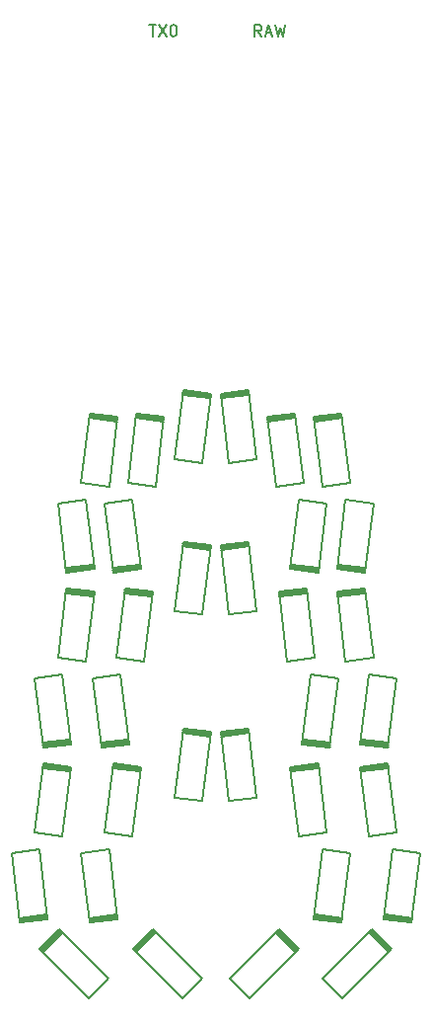
<source format=gbr>
G04 #@! TF.GenerationSoftware,KiCad,Pcbnew,(5.1.9)-1*
G04 #@! TF.CreationDate,2021-11-23T16:25:02-08:00*
G04 #@! TF.ProjectId,Claudia_choc,436c6175-6469-4615-9f63-686f632e6b69,rev?*
G04 #@! TF.SameCoordinates,Original*
G04 #@! TF.FileFunction,Legend,Top*
G04 #@! TF.FilePolarity,Positive*
%FSLAX46Y46*%
G04 Gerber Fmt 4.6, Leading zero omitted, Abs format (unit mm)*
G04 Created by KiCad (PCBNEW (5.1.9)-1) date 2021-11-23 16:25:02*
%MOMM*%
%LPD*%
G01*
G04 APERTURE LIST*
%ADD10C,0.200000*%
%ADD11C,0.150000*%
G04 APERTURE END LIST*
D10*
X154801073Y-114322391D02*
X152418963Y-114029904D01*
X155532290Y-108367114D02*
X154801073Y-114322391D01*
X153150179Y-108074628D02*
X155532290Y-108367114D01*
X152418963Y-114029904D02*
X153150179Y-108074628D01*
X152452477Y-113756954D02*
X154834588Y-114049441D01*
X152467710Y-113632886D02*
X154849821Y-113925372D01*
X154816307Y-114198323D02*
X152434196Y-113905836D01*
X152801073Y-99322391D02*
X150418963Y-99029904D01*
X153532290Y-93367114D02*
X152801073Y-99322391D01*
X151150179Y-93074628D02*
X153532290Y-93367114D01*
X150418963Y-99029904D02*
X151150179Y-93074628D01*
X150452477Y-98756954D02*
X152834588Y-99049441D01*
X150467710Y-98632886D02*
X152849821Y-98925372D01*
X152816307Y-99198323D02*
X150434196Y-98905836D01*
X146801073Y-84322391D02*
X144418963Y-84029904D01*
X147532290Y-78367114D02*
X146801073Y-84322391D01*
X145150179Y-78074628D02*
X147532290Y-78367114D01*
X144418963Y-84029904D02*
X145150179Y-78074628D01*
X144452477Y-83756954D02*
X146834588Y-84049441D01*
X144467710Y-83632886D02*
X146849821Y-83925372D01*
X146816307Y-84198323D02*
X144434196Y-83905836D01*
X148801073Y-114322391D02*
X146418963Y-114029904D01*
X149532290Y-108367114D02*
X148801073Y-114322391D01*
X147150179Y-108074628D02*
X149532290Y-108367114D01*
X146418963Y-114029904D02*
X147150179Y-108074628D01*
X146452477Y-113756954D02*
X148834588Y-114049441D01*
X146467710Y-113632886D02*
X148849821Y-113925372D01*
X148816307Y-114198323D02*
X146434196Y-113905836D01*
X147801073Y-99322391D02*
X145418963Y-99029904D01*
X148532290Y-93367114D02*
X147801073Y-99322391D01*
X146150179Y-93074628D02*
X148532290Y-93367114D01*
X145418963Y-99029904D02*
X146150179Y-93074628D01*
X145452477Y-98756954D02*
X147834588Y-99049441D01*
X145467710Y-98632886D02*
X147849821Y-98925372D01*
X147816307Y-99198323D02*
X145434196Y-98905836D01*
X150801073Y-84322391D02*
X148418963Y-84029904D01*
X151532290Y-78367114D02*
X150801073Y-84322391D01*
X149150179Y-78074628D02*
X151532290Y-78367114D01*
X148418963Y-84029904D02*
X149150179Y-78074628D01*
X148452477Y-83756954D02*
X150834588Y-84049441D01*
X148467710Y-83632886D02*
X150849821Y-83925372D01*
X150816307Y-84198323D02*
X148434196Y-83905836D01*
X150418963Y-100970096D02*
X152801073Y-100677609D01*
X151150179Y-106925372D02*
X150418963Y-100970096D01*
X153532290Y-106632886D02*
X151150179Y-106925372D01*
X152801073Y-100677609D02*
X153532290Y-106632886D01*
X152834588Y-100950559D02*
X150452477Y-101243046D01*
X152849821Y-101074628D02*
X150467710Y-101367114D01*
X150434196Y-101094164D02*
X152816307Y-100801677D01*
X148418963Y-85970096D02*
X150801073Y-85677609D01*
X149150179Y-91925372D02*
X148418963Y-85970096D01*
X151532290Y-91632886D02*
X149150179Y-91925372D01*
X150801073Y-85677609D02*
X151532290Y-91632886D01*
X150834588Y-85950559D02*
X148452477Y-86243046D01*
X150849821Y-86074628D02*
X148467710Y-86367114D01*
X148434196Y-86094164D02*
X150816307Y-85801677D01*
X146418963Y-70970096D02*
X148801073Y-70677609D01*
X147150179Y-76925372D02*
X146418963Y-70970096D01*
X149532290Y-76632886D02*
X147150179Y-76925372D01*
X148801073Y-70677609D02*
X149532290Y-76632886D01*
X148834588Y-70950559D02*
X146452477Y-71243046D01*
X148849821Y-71074628D02*
X146467710Y-71367114D01*
X146434196Y-71094164D02*
X148816307Y-70801677D01*
X151414214Y-114888730D02*
X153111270Y-116585786D01*
X147171573Y-119131371D02*
X151414214Y-114888730D01*
X148868629Y-120828427D02*
X147171573Y-119131371D01*
X153111270Y-116585786D02*
X148868629Y-120828427D01*
X152916815Y-116780241D02*
X151219759Y-115083185D01*
X152828427Y-116868629D02*
X151131371Y-115171573D01*
X151325825Y-114977119D02*
X153022881Y-116674175D01*
X144434196Y-101094164D02*
X146816307Y-100801677D01*
X146849821Y-101074628D02*
X144467710Y-101367114D01*
X146834588Y-100950559D02*
X144452477Y-101243046D01*
X146801073Y-100677609D02*
X147532290Y-106632886D01*
X147532290Y-106632886D02*
X145150179Y-106925372D01*
X145150179Y-106925372D02*
X144418963Y-100970096D01*
X144418963Y-100970096D02*
X146801073Y-100677609D01*
X143418963Y-85970096D02*
X145801073Y-85677609D01*
X144150179Y-91925372D02*
X143418963Y-85970096D01*
X146532290Y-91632886D02*
X144150179Y-91925372D01*
X145801073Y-85677609D02*
X146532290Y-91632886D01*
X145834588Y-85950559D02*
X143452477Y-86243046D01*
X145849821Y-86074628D02*
X143467710Y-86367114D01*
X143434196Y-86094164D02*
X145816307Y-85801677D01*
X142418963Y-70970096D02*
X144801073Y-70677609D01*
X143150179Y-76925372D02*
X142418963Y-70970096D01*
X145532290Y-76632886D02*
X143150179Y-76925372D01*
X144801073Y-70677609D02*
X145532290Y-76632886D01*
X144834588Y-70950559D02*
X142452477Y-71243046D01*
X144849821Y-71074628D02*
X142467710Y-71367114D01*
X142434196Y-71094164D02*
X144816307Y-70801677D01*
X143414214Y-114888730D02*
X145111270Y-116585786D01*
X139171573Y-119131371D02*
X143414214Y-114888730D01*
X140868629Y-120828427D02*
X139171573Y-119131371D01*
X145111270Y-116585786D02*
X140868629Y-120828427D01*
X144916815Y-116780241D02*
X143219759Y-115083185D01*
X144828427Y-116868629D02*
X143131371Y-115171573D01*
X143325825Y-114977119D02*
X145022881Y-116674175D01*
X138434196Y-98094164D02*
X140816307Y-97801677D01*
X140849821Y-98074628D02*
X138467710Y-98367114D01*
X140834588Y-97950559D02*
X138452477Y-98243046D01*
X140801073Y-97677609D02*
X141532290Y-103632886D01*
X141532290Y-103632886D02*
X139150179Y-103925372D01*
X139150179Y-103925372D02*
X138418963Y-97970096D01*
X138418963Y-97970096D02*
X140801073Y-97677609D01*
X138418963Y-81970096D02*
X140801073Y-81677609D01*
X139150179Y-87925372D02*
X138418963Y-81970096D01*
X141532290Y-87632886D02*
X139150179Y-87925372D01*
X140801073Y-81677609D02*
X141532290Y-87632886D01*
X140834588Y-81950559D02*
X138452477Y-82243046D01*
X140849821Y-82074628D02*
X138467710Y-82367114D01*
X138434196Y-82094164D02*
X140816307Y-81801677D01*
X138434196Y-69094164D02*
X140816307Y-68801677D01*
X140849821Y-69074628D02*
X138467710Y-69367114D01*
X140834588Y-68950559D02*
X138452477Y-69243046D01*
X140801073Y-68677609D02*
X141532290Y-74632886D01*
X141532290Y-74632886D02*
X139150179Y-74925372D01*
X139150179Y-74925372D02*
X138418963Y-68970096D01*
X138418963Y-68970096D02*
X140801073Y-68677609D01*
X130888730Y-116585786D02*
X132585786Y-114888730D01*
X135131371Y-120828427D02*
X130888730Y-116585786D01*
X136828427Y-119131371D02*
X135131371Y-120828427D01*
X132585786Y-114888730D02*
X136828427Y-119131371D01*
X132780241Y-115083185D02*
X131083185Y-116780241D01*
X132868629Y-115171573D02*
X131171573Y-116868629D01*
X130977119Y-116674175D02*
X132674175Y-114977119D01*
X135183693Y-97801677D02*
X137565804Y-98094164D01*
X137532290Y-98367114D02*
X135150179Y-98074628D01*
X137547523Y-98243046D02*
X135165412Y-97950559D01*
X137581037Y-97970096D02*
X136849821Y-103925372D01*
X136849821Y-103925372D02*
X134467710Y-103632886D01*
X134467710Y-103632886D02*
X135198927Y-97677609D01*
X135198927Y-97677609D02*
X137581037Y-97970096D01*
X135198927Y-81677609D02*
X137581037Y-81970096D01*
X134467710Y-87632886D02*
X135198927Y-81677609D01*
X136849821Y-87925372D02*
X134467710Y-87632886D01*
X137581037Y-81970096D02*
X136849821Y-87925372D01*
X137547523Y-82243046D02*
X135165412Y-81950559D01*
X137532290Y-82367114D02*
X135150179Y-82074628D01*
X135183693Y-81801677D02*
X137565804Y-82094164D01*
X135183693Y-68801677D02*
X137565804Y-69094164D01*
X137532290Y-69367114D02*
X135150179Y-69074628D01*
X137547523Y-69243046D02*
X135165412Y-68950559D01*
X137581037Y-68970096D02*
X136849821Y-74925372D01*
X136849821Y-74925372D02*
X134467710Y-74632886D01*
X134467710Y-74632886D02*
X135198927Y-68677609D01*
X135198927Y-68677609D02*
X137581037Y-68970096D01*
X122888730Y-116585786D02*
X124585786Y-114888730D01*
X127131371Y-120828427D02*
X122888730Y-116585786D01*
X128828427Y-119131371D02*
X127131371Y-120828427D01*
X124585786Y-114888730D02*
X128828427Y-119131371D01*
X124780241Y-115083185D02*
X123083185Y-116780241D01*
X124868629Y-115171573D02*
X123171573Y-116868629D01*
X122977119Y-116674175D02*
X124674175Y-114977119D01*
X129198927Y-100677609D02*
X131581037Y-100970096D01*
X128467710Y-106632886D02*
X129198927Y-100677609D01*
X130849821Y-106925372D02*
X128467710Y-106632886D01*
X131581037Y-100970096D02*
X130849821Y-106925372D01*
X131547523Y-101243046D02*
X129165412Y-100950559D01*
X131532290Y-101367114D02*
X129150179Y-101074628D01*
X129183693Y-100801677D02*
X131565804Y-101094164D01*
X130198927Y-85677609D02*
X132581037Y-85970096D01*
X129467710Y-91632886D02*
X130198927Y-85677609D01*
X131849821Y-91925372D02*
X129467710Y-91632886D01*
X132581037Y-85970096D02*
X131849821Y-91925372D01*
X132547523Y-86243046D02*
X130165412Y-85950559D01*
X132532290Y-86367114D02*
X130150179Y-86074628D01*
X130183693Y-85801677D02*
X132565804Y-86094164D01*
X131198927Y-70677609D02*
X133581037Y-70970096D01*
X130467710Y-76632886D02*
X131198927Y-70677609D01*
X132849821Y-76925372D02*
X130467710Y-76632886D01*
X133581037Y-70970096D02*
X132849821Y-76925372D01*
X133547523Y-71243046D02*
X131165412Y-70950559D01*
X133532290Y-71367114D02*
X131150179Y-71074628D01*
X131183693Y-70801677D02*
X133565804Y-71094164D01*
X123198927Y-100677609D02*
X125581037Y-100970096D01*
X122467710Y-106632886D02*
X123198927Y-100677609D01*
X124849821Y-106925372D02*
X122467710Y-106632886D01*
X125581037Y-100970096D02*
X124849821Y-106925372D01*
X125547523Y-101243046D02*
X123165412Y-100950559D01*
X125532290Y-101367114D02*
X123150179Y-101074628D01*
X123183693Y-100801677D02*
X125565804Y-101094164D01*
X125198927Y-85677609D02*
X127581037Y-85970096D01*
X124467710Y-91632886D02*
X125198927Y-85677609D01*
X126849821Y-91925372D02*
X124467710Y-91632886D01*
X127581037Y-85970096D02*
X126849821Y-91925372D01*
X127547523Y-86243046D02*
X125165412Y-85950559D01*
X127532290Y-86367114D02*
X125150179Y-86074628D01*
X125183693Y-85801677D02*
X127565804Y-86094164D01*
X127198927Y-70677609D02*
X129581037Y-70970096D01*
X126467710Y-76632886D02*
X127198927Y-70677609D01*
X128849821Y-76925372D02*
X126467710Y-76632886D01*
X129581037Y-70970096D02*
X128849821Y-76925372D01*
X129547523Y-71243046D02*
X127165412Y-70950559D01*
X129532290Y-71367114D02*
X127150179Y-71074628D01*
X127183693Y-70801677D02*
X129565804Y-71094164D01*
X129581037Y-114029904D02*
X127198927Y-114322391D01*
X128849821Y-108074628D02*
X129581037Y-114029904D01*
X126467710Y-108367114D02*
X128849821Y-108074628D01*
X127198927Y-114322391D02*
X126467710Y-108367114D01*
X127165412Y-114049441D02*
X129547523Y-113756954D01*
X127150179Y-113925372D02*
X129532290Y-113632886D01*
X129565804Y-113905836D02*
X127183693Y-114198323D01*
X125581037Y-99029904D02*
X123198927Y-99322391D01*
X124849821Y-93074628D02*
X125581037Y-99029904D01*
X122467710Y-93367114D02*
X124849821Y-93074628D01*
X123198927Y-99322391D02*
X122467710Y-93367114D01*
X123165412Y-99049441D02*
X125547523Y-98756954D01*
X123150179Y-98925372D02*
X125532290Y-98632886D01*
X125565804Y-98905836D02*
X123183693Y-99198323D01*
X127581037Y-84029904D02*
X125198927Y-84322391D01*
X126849821Y-78074628D02*
X127581037Y-84029904D01*
X124467710Y-78367114D02*
X126849821Y-78074628D01*
X125198927Y-84322391D02*
X124467710Y-78367114D01*
X125165412Y-84049441D02*
X127547523Y-83756954D01*
X125150179Y-83925372D02*
X127532290Y-83632886D01*
X127565804Y-83905836D02*
X125183693Y-84198323D01*
X123581037Y-114029904D02*
X121198927Y-114322391D01*
X122849821Y-108074628D02*
X123581037Y-114029904D01*
X120467710Y-108367114D02*
X122849821Y-108074628D01*
X121198927Y-114322391D02*
X120467710Y-108367114D01*
X121165412Y-114049441D02*
X123547523Y-113756954D01*
X121150179Y-113925372D02*
X123532290Y-113632886D01*
X123565804Y-113905836D02*
X121183693Y-114198323D01*
X130581037Y-99029904D02*
X128198927Y-99322391D01*
X129849821Y-93074628D02*
X130581037Y-99029904D01*
X127467710Y-93367114D02*
X129849821Y-93074628D01*
X128198927Y-99322391D02*
X127467710Y-93367114D01*
X128165412Y-99049441D02*
X130547523Y-98756954D01*
X128150179Y-98925372D02*
X130532290Y-98632886D01*
X130565804Y-98905836D02*
X128183693Y-99198323D01*
X131581037Y-84029904D02*
X129198927Y-84322391D01*
X130849821Y-78074628D02*
X131581037Y-84029904D01*
X128467710Y-78367114D02*
X130849821Y-78074628D01*
X129198927Y-84322391D02*
X128467710Y-78367114D01*
X129165412Y-84049441D02*
X131547523Y-83756954D01*
X129150179Y-83925372D02*
X131532290Y-83632886D01*
X131565804Y-83905836D02*
X129183693Y-84198323D01*
D11*
X132285504Y-37342980D02*
X132856933Y-37342980D01*
X132571219Y-38342980D02*
X132571219Y-37342980D01*
X133095028Y-37342980D02*
X133761695Y-38342980D01*
X133761695Y-37342980D02*
X133095028Y-38342980D01*
X134333123Y-37342980D02*
X134428361Y-37342980D01*
X134523600Y-37390600D01*
X134571219Y-37438219D01*
X134618838Y-37533457D01*
X134666457Y-37723933D01*
X134666457Y-37962028D01*
X134618838Y-38152504D01*
X134571219Y-38247742D01*
X134523600Y-38295361D01*
X134428361Y-38342980D01*
X134333123Y-38342980D01*
X134237885Y-38295361D01*
X134190266Y-38247742D01*
X134142647Y-38152504D01*
X134095028Y-37962028D01*
X134095028Y-37723933D01*
X134142647Y-37533457D01*
X134190266Y-37438219D01*
X134237885Y-37390600D01*
X134333123Y-37342980D01*
X141933123Y-38342980D02*
X141599790Y-37866790D01*
X141361695Y-38342980D02*
X141361695Y-37342980D01*
X141742647Y-37342980D01*
X141837885Y-37390600D01*
X141885504Y-37438219D01*
X141933123Y-37533457D01*
X141933123Y-37676314D01*
X141885504Y-37771552D01*
X141837885Y-37819171D01*
X141742647Y-37866790D01*
X141361695Y-37866790D01*
X142314076Y-38057266D02*
X142790266Y-38057266D01*
X142218838Y-38342980D02*
X142552171Y-37342980D01*
X142885504Y-38342980D01*
X143123600Y-37342980D02*
X143361695Y-38342980D01*
X143552171Y-37628695D01*
X143742647Y-38342980D01*
X143980742Y-37342980D01*
M02*

</source>
